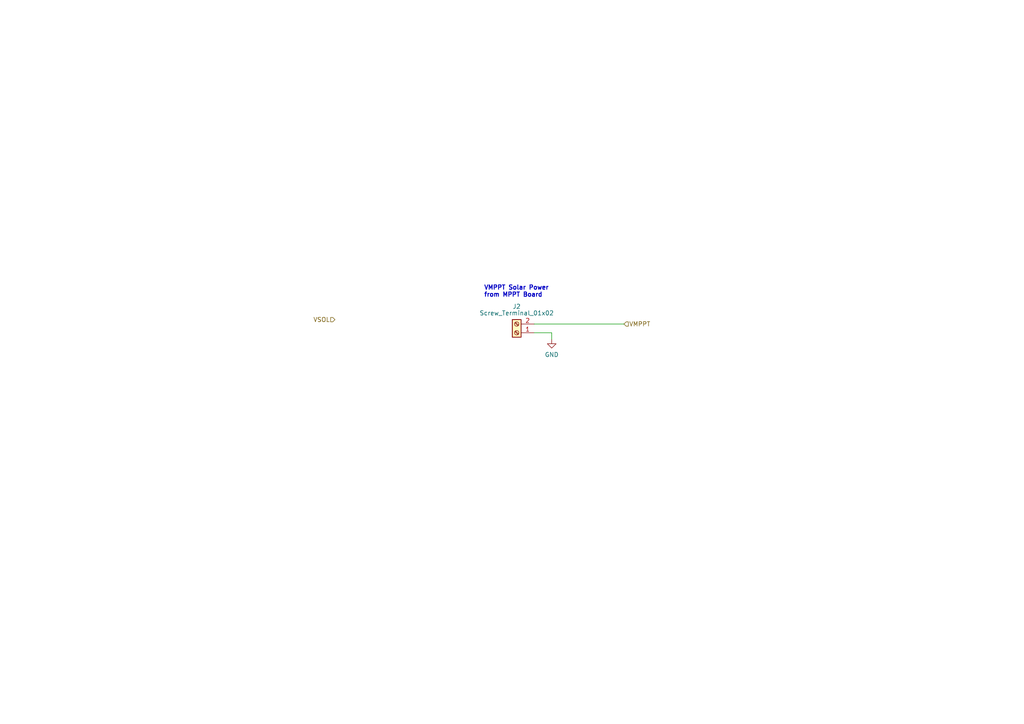
<source format=kicad_sch>
(kicad_sch (version 20230121) (generator eeschema)
  (paper "A4")
  (lib_symbols
    (symbol "Connector:Screw_Terminal_01x02" (pin_names (offset 1.016) hide)
      (property "Reference" "J" (at 0 2.54 0))
      (property "Value" "Screw_Terminal_01x02" (at 0 -5.08 0))
      (symbol "Screw_Terminal_01x02_1_1"
        (rectangle (start -1.27 1.27) (end 1.27 -3.81) (stroke (width 0.254)) (fill (type background)))
        (circle (center 0 -2.54) (radius 0.635) (stroke (width 0.1524)))
        (polyline (pts (xy -0.5334 -2.2098) (xy 0.3302 -3.048)) (stroke (width 0.1524)))
        (polyline (pts (xy -0.5334 0.3302) (xy 0.3302 -0.508)) (stroke (width 0.1524)))
        (polyline (pts (xy -0.3556 -2.032) (xy 0.508 -2.8702)) (stroke (width 0.1524)))
        (polyline (pts (xy -0.3556 0.508) (xy 0.508 -0.3302)) (stroke (width 0.1524)))
        (circle (center 0 0) (radius 0.635) (stroke (width 0.1524)))
        (pin passive line (at -5.08 0 0) (length 3.81) (name "Pin_1") (number "1"))
        (pin passive line (at -5.08 -2.54 0) (length 3.81) (name "Pin_2") (number "2"))
      )
    )
    (symbol "power:GND" (power) (pin_names (offset 0))
      (property "Value" "GND" (at 0 -3.81 0))
      (symbol "GND_0_1"
        (polyline (pts (xy 0 0) (xy 0 -1.27) (xy 1.27 -1.27) (xy 0 -2.54) (xy -1.27 -1.27) (xy 0 -1.27)))
      )
      (symbol "GND_1_1"
        (pin power_in line (at 0 0 270) (length 0) hide (name "GND") (number "1"))
      )
    )
  )
  (wire (pts (xy 154.94 96.52) (xy 160.02 96.52)))
  (wire (pts (xy 160.02 96.52) (xy 160.02 98.425)))
  (wire (pts (xy 154.94 93.98) (xy 180.975 93.98)))
  (text "VMPPT Solar Power\nfrom MPPT Board" (at 140.335 86.36 0) (effects (font (size 1.27 1.27) bold) (justify left bottom)))
  (hierarchical_label "VSOL" (shape input) (at 97.155 92.71 180))
  (hierarchical_label "VMPPT" (shape input) (at 180.975 93.98 0))
  (symbol (lib_id "power:GND") (at 160.02 98.425 0) (unit 1)
    (property "Reference" "#PWR06" (effects hide))
    (property "Value" "GND" (at 160.02 102.87 0))
    (instances (project "BatteryUnit" (path "" (reference "#PWR06") (unit 1))) (project "IITBSSP_EPS" (path "" (reference "#PWR01") (unit 1)) (path "" (reference "#PWR07") (unit 1))))
  )
  (symbol (lib_id "Connector:Screw_Terminal_01x02") (at 149.86 96.52 180) (unit 1)
    (property "Reference" "J2" (at 149.86 88.9 0))
    (property "Value" "Screw_Terminal_01x02" (at 149.86 90.805 0))
    (instances (project "BatteryUnit" (path "" (reference "J2") (unit 1))) (project "IITBSSP_EPS" (path "" (reference "J1") (unit 1)) (path "" (reference "J4") (unit 1))))
  )
)
</source>
